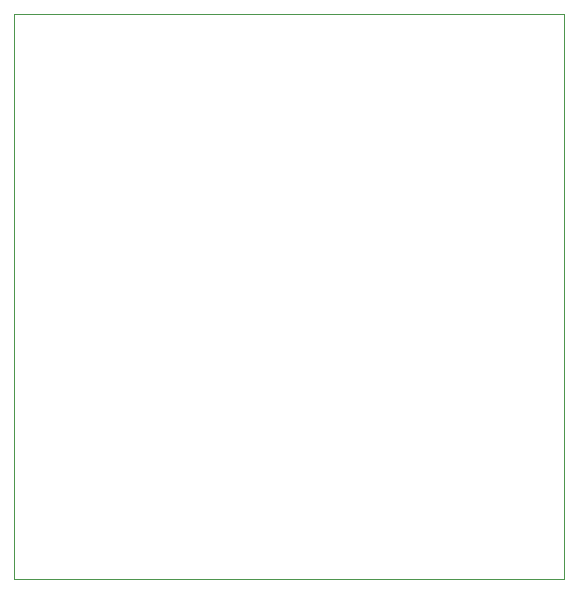
<source format=gm1>
G04 #@! TF.FileFunction,Profile,NP*
%FSLAX46Y46*%
G04 Gerber Fmt 4.6, Leading zero omitted, Abs format (unit mm)*
G04 Created by KiCad (PCBNEW 4.0.2-stable) date Friday, August 05, 2016 'pmt' 08:03:55 pm*
%MOMM*%
G01*
G04 APERTURE LIST*
%ADD10C,0.100000*%
%ADD11C,0.010000*%
G04 APERTURE END LIST*
D10*
D11*
X0Y-47815500D02*
X0Y0D01*
X46545500Y-47815500D02*
X0Y-47815500D01*
X46545500Y0D02*
X46545500Y-47815500D01*
X0Y0D02*
X46545500Y0D01*
M02*

</source>
